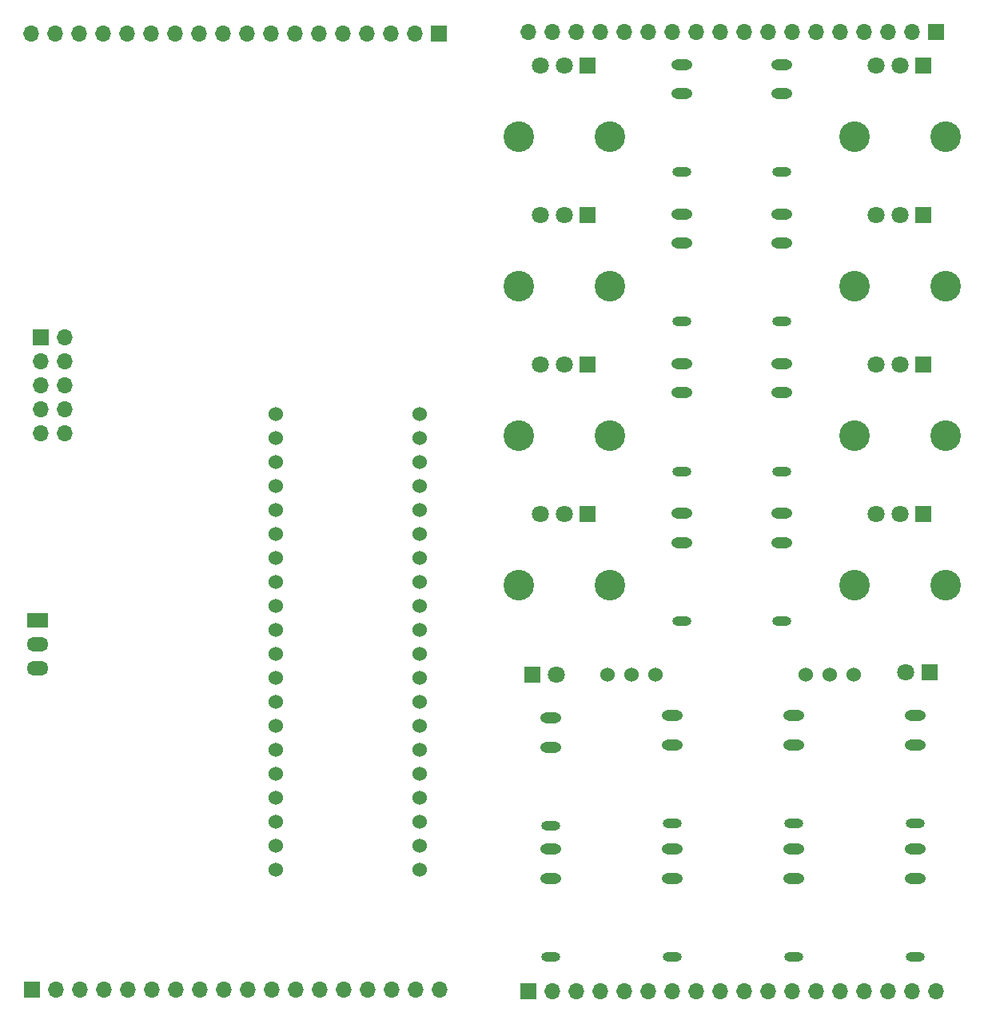
<source format=gbs>
%TF.GenerationSoftware,KiCad,Pcbnew,(6.0.0-0)*%
%TF.CreationDate,2022-10-28T21:20:00-04:00*%
%TF.ProjectId,daisy_hardware_v1,64616973-795f-4686-9172-64776172655f,rev?*%
%TF.SameCoordinates,Original*%
%TF.FileFunction,Soldermask,Bot*%
%TF.FilePolarity,Negative*%
%FSLAX46Y46*%
G04 Gerber Fmt 4.6, Leading zero omitted, Abs format (unit mm)*
G04 Created by KiCad (PCBNEW (6.0.0-0)) date 2022-10-28 21:20:00*
%MOMM*%
%LPD*%
G01*
G04 APERTURE LIST*
%ADD10R,1.700000X1.700000*%
%ADD11O,1.700000X1.700000*%
%ADD12O,2.216000X1.108000*%
%ADD13O,2.016000X1.008000*%
%ADD14C,3.240000*%
%ADD15R,1.800000X1.800000*%
%ADD16C,1.800000*%
%ADD17C,1.524000*%
%ADD18R,2.300000X1.500000*%
%ADD19O,2.300000X1.500000*%
G04 APERTURE END LIST*
D10*
%TO.C,J1*%
X39925000Y-307125000D03*
D11*
X42465000Y-307125000D03*
X39925000Y-309665000D03*
X42465000Y-309665000D03*
X39925000Y-312205000D03*
X42465000Y-312205000D03*
X39925000Y-314745000D03*
X42465000Y-314745000D03*
X39925000Y-317285000D03*
X42465000Y-317285000D03*
%TD*%
D12*
%TO.C,J13*%
X107870333Y-294079999D03*
X107870333Y-297179999D03*
D13*
X107870333Y-305479999D03*
%TD*%
D12*
%TO.C,J15*%
X118443666Y-278244000D03*
X118443666Y-281344000D03*
D13*
X118443666Y-289644000D03*
%TD*%
D12*
%TO.C,J14*%
X107870333Y-309915998D03*
X107870333Y-313015998D03*
D13*
X107870333Y-321315998D03*
%TD*%
D14*
%TO.C,RV1*%
X135737000Y-285874000D03*
X126137000Y-285874000D03*
D15*
X133437000Y-278374000D03*
D16*
X130937000Y-278374000D03*
X128437000Y-278374000D03*
%TD*%
D15*
%TO.C,D1*%
X91960000Y-342900000D03*
D16*
X94500000Y-342900000D03*
%TD*%
D12*
%TO.C,J10*%
X119718666Y-347215000D03*
X119718666Y-350315000D03*
D13*
X119718666Y-358615000D03*
%TD*%
D14*
%TO.C,RV3*%
X100177000Y-317546000D03*
X90577000Y-317546000D03*
D15*
X97877000Y-310046000D03*
D16*
X95377000Y-310046000D03*
X92877000Y-310046000D03*
%TD*%
D14*
%TO.C,RV5*%
X100177000Y-301710000D03*
X90577000Y-301710000D03*
D15*
X97877000Y-294210000D03*
D16*
X95377000Y-294210000D03*
X92877000Y-294210000D03*
%TD*%
D12*
%TO.C,J3*%
X93980000Y-361312000D03*
X93980000Y-364412000D03*
D13*
X93980000Y-372712000D03*
%TD*%
D12*
%TO.C,J18*%
X107870333Y-325751998D03*
X107870333Y-328851998D03*
D13*
X107870333Y-337151998D03*
%TD*%
D14*
%TO.C,RV2*%
X135737000Y-301710000D03*
X126137000Y-301710000D03*
D15*
X133437000Y-294210000D03*
D16*
X130937000Y-294210000D03*
X128437000Y-294210000D03*
%TD*%
D12*
%TO.C,J12*%
X107870333Y-278244000D03*
X107870333Y-281344000D03*
D13*
X107870333Y-289644000D03*
%TD*%
D12*
%TO.C,J16*%
X118443666Y-294080000D03*
X118443666Y-297180000D03*
D13*
X118443666Y-305480000D03*
%TD*%
D12*
%TO.C,J17*%
X118443666Y-309916000D03*
X118443666Y-313016000D03*
D13*
X118443666Y-321316000D03*
%TD*%
D12*
%TO.C,J7*%
X93980000Y-347444500D03*
X93980000Y-350544500D03*
D13*
X93980000Y-358844500D03*
%TD*%
D12*
%TO.C,J4*%
X106849333Y-361312000D03*
X106849333Y-364412000D03*
D13*
X106849333Y-372712000D03*
%TD*%
D14*
%TO.C,RV4*%
X90577000Y-333382000D03*
X100177000Y-333382000D03*
D15*
X97877000Y-325882000D03*
D16*
X95377000Y-325882000D03*
X92877000Y-325882000D03*
%TD*%
D14*
%TO.C,RV7*%
X126137000Y-333382000D03*
X135737000Y-333382000D03*
D15*
X133437000Y-325882000D03*
D16*
X130937000Y-325882000D03*
X128437000Y-325882000D03*
%TD*%
D12*
%TO.C,J2*%
X119718666Y-361312000D03*
X119718666Y-364412000D03*
D13*
X119718666Y-372712000D03*
%TD*%
D17*
%TO.C,SW1*%
X99960000Y-342900000D03*
X102500000Y-342900000D03*
X105040000Y-342900000D03*
%TD*%
D12*
%TO.C,J19*%
X118443666Y-325752000D03*
X118443666Y-328852000D03*
D13*
X118443666Y-337152000D03*
%TD*%
D12*
%TO.C,J11*%
X132588000Y-347215000D03*
X132588000Y-350315000D03*
D13*
X132588000Y-358615000D03*
%TD*%
D14*
%TO.C,RV8*%
X100177000Y-285874000D03*
X90577000Y-285874000D03*
D15*
X97877000Y-278374000D03*
D16*
X95377000Y-278374000D03*
X92877000Y-278374000D03*
%TD*%
D12*
%TO.C,J8*%
X106849333Y-347215000D03*
X106849333Y-350315000D03*
D13*
X106849333Y-358615000D03*
%TD*%
D14*
%TO.C,RV6*%
X126137000Y-317546000D03*
X135737000Y-317546000D03*
D15*
X133437000Y-310046000D03*
D16*
X130937000Y-310046000D03*
X128437000Y-310046000D03*
%TD*%
D12*
%TO.C,J5*%
X132588000Y-361312000D03*
X132588000Y-364412000D03*
D13*
X132588000Y-372712000D03*
%TD*%
D15*
%TO.C,D2*%
X134100000Y-342646000D03*
D16*
X131560000Y-342646000D03*
%TD*%
D18*
%TO.C,U9*%
X39586000Y-337128400D03*
D19*
X39586000Y-339668400D03*
X39586000Y-342208400D03*
%TD*%
D17*
%TO.C,U1*%
X64830000Y-315232000D03*
X64830000Y-317772000D03*
X64830000Y-320312000D03*
X64830000Y-322852000D03*
X64830000Y-325392000D03*
X64830000Y-327932000D03*
X64830000Y-330472000D03*
X64830000Y-333012000D03*
X64830000Y-335552000D03*
X64830000Y-338092000D03*
X64830000Y-340632000D03*
X64830000Y-343172000D03*
X64830000Y-345712000D03*
X64830000Y-348252000D03*
X64830000Y-350792000D03*
X64830000Y-353332000D03*
X64830000Y-355872000D03*
X64830000Y-358412000D03*
X64830000Y-360952000D03*
X64830000Y-363492000D03*
X80070000Y-363492000D03*
X80070000Y-360952000D03*
X80070000Y-358412000D03*
X80070000Y-355872000D03*
X80070000Y-353332000D03*
X80070000Y-350792000D03*
X80070000Y-348252000D03*
X80070000Y-345712000D03*
X80070000Y-343172000D03*
X80070000Y-340632000D03*
X80070000Y-338092000D03*
X80070000Y-335552000D03*
X80070000Y-333012000D03*
X80070000Y-330472000D03*
X80070000Y-327932000D03*
X80070000Y-325392000D03*
X80070000Y-322852000D03*
X80070000Y-320312000D03*
X80070000Y-317772000D03*
X80070000Y-315232000D03*
%TD*%
%TO.C,SW2*%
X126040000Y-342900000D03*
X123500000Y-342900000D03*
X120960000Y-342900000D03*
%TD*%
D10*
%TO.C,J21*%
X38976400Y-376193600D03*
D11*
X41516400Y-376193600D03*
X44056400Y-376193600D03*
X46596400Y-376193600D03*
X49136400Y-376193600D03*
X51676400Y-376193600D03*
X54216400Y-376193600D03*
X56756400Y-376193600D03*
X59296400Y-376193600D03*
X61836400Y-376193600D03*
X64376400Y-376193600D03*
X66916400Y-376193600D03*
X69456400Y-376193600D03*
X71996400Y-376193600D03*
X74536400Y-376193600D03*
X77076400Y-376193600D03*
X79616400Y-376193600D03*
X82156400Y-376193600D03*
%TD*%
D10*
%TO.C,J20*%
X82126400Y-274975000D03*
D11*
X79586400Y-274975000D03*
X77046400Y-274975000D03*
X74506400Y-274975000D03*
X71966400Y-274975000D03*
X69426400Y-274975000D03*
X66886400Y-274975000D03*
X64346400Y-274975000D03*
X61806400Y-274975000D03*
X59266400Y-274975000D03*
X56726400Y-274975000D03*
X54186400Y-274975000D03*
X51646400Y-274975000D03*
X49106400Y-274975000D03*
X46566400Y-274975000D03*
X44026400Y-274975000D03*
X41486400Y-274975000D03*
X38946400Y-274975000D03*
%TD*%
D10*
%TO.C,J9*%
X91592400Y-376428000D03*
D11*
X94132400Y-376428000D03*
X96672400Y-376428000D03*
X99212400Y-376428000D03*
X101752400Y-376428000D03*
X104292400Y-376428000D03*
X106832400Y-376428000D03*
X109372400Y-376428000D03*
X111912400Y-376428000D03*
X114452400Y-376428000D03*
X116992400Y-376428000D03*
X119532400Y-376428000D03*
X122072400Y-376428000D03*
X124612400Y-376428000D03*
X127152400Y-376428000D03*
X129692400Y-376428000D03*
X132232400Y-376428000D03*
X134772400Y-376428000D03*
%TD*%
D10*
%TO.C,J6*%
X134742400Y-274828000D03*
D11*
X132202400Y-274828000D03*
X129662400Y-274828000D03*
X127122400Y-274828000D03*
X124582400Y-274828000D03*
X122042400Y-274828000D03*
X119502400Y-274828000D03*
X116962400Y-274828000D03*
X114422400Y-274828000D03*
X111882400Y-274828000D03*
X109342400Y-274828000D03*
X106802400Y-274828000D03*
X104262400Y-274828000D03*
X101722400Y-274828000D03*
X99182400Y-274828000D03*
X96642400Y-274828000D03*
X94102400Y-274828000D03*
X91562400Y-274828000D03*
%TD*%
M02*

</source>
